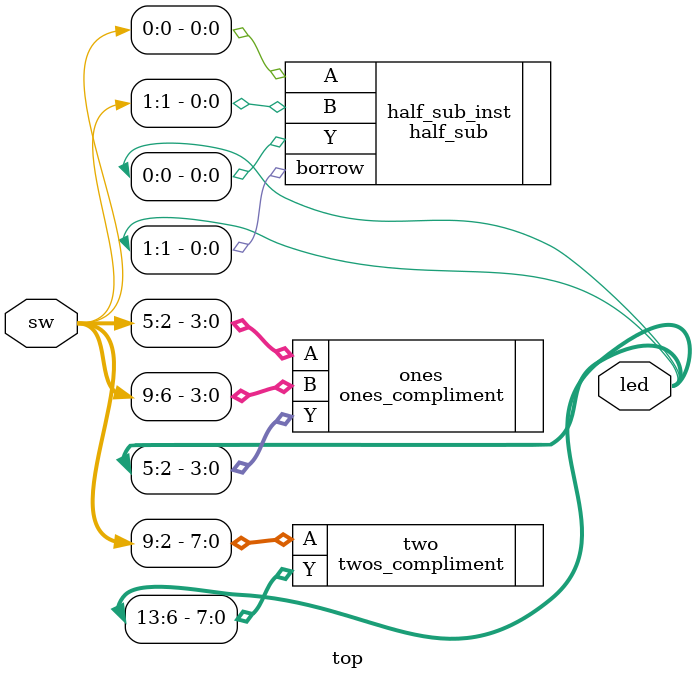
<source format=v>
module top (
	input [9:0] sw,
	output [13:0] led
);

	half_sub half_sub_inst(
		.A(sw[0]),
		.B(sw[1]),
		.Y(led[0]),
		.borrow(led[1])
	);

	ones_compliment ones(
        .A(sw[5:2]), 
        .B(sw[9:6]), 
        .Y(led[5:2])
    );

	twos_compliment two(
        .A(sw[9:2]), 
		.Y(led[13:6]) 
	);

endmodule
</source>
